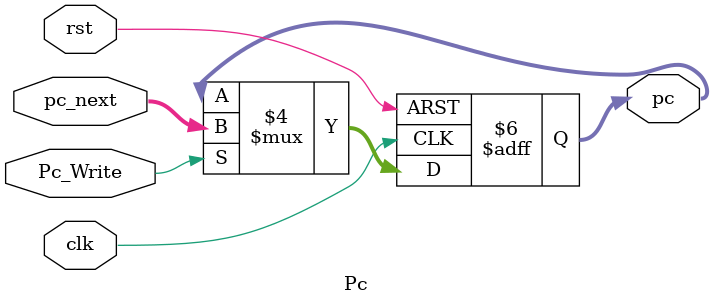
<source format=v>
module Pc(
    input clk,rst,Pc_Write,
    input [31:0]pc_next,
    output reg[31:0] pc
);

    initial
    begin
        pc<=32'h0000_3000;
    end

    always@(posedge clk,posedge rst)
    begin
        if(rst) pc<=32'h0000_3000;
        else
        begin
            if(Pc_Write) pc<=pc_next;
            else pc<=pc;
        end
    end

endmodule
</source>
